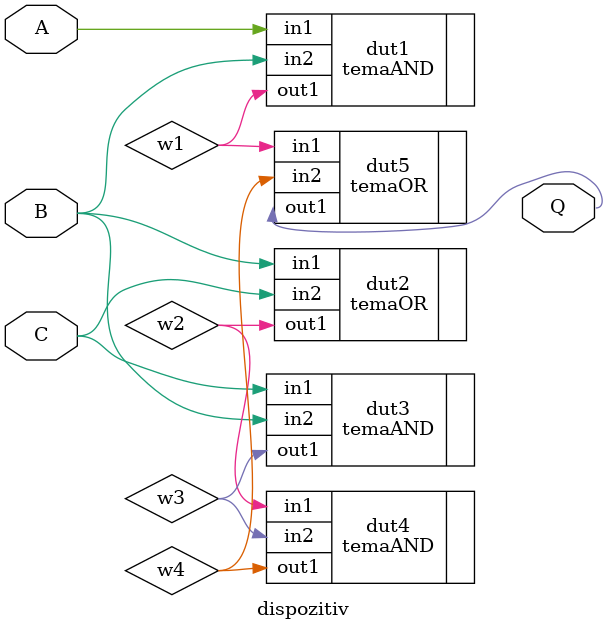
<source format=v>
module dispozitiv(input A, input B, input C, output Q);
	wire w1;
	wire w2;
	wire w3;
	wire w4;
	
	temaAND dut1(.in1(A), .in2(B), .out1(w1));
	temaOR dut2(.in1(B), .in2(C), .out1(w2));
	temaAND dut3(.in1(C), .in2(B), .out1(w3));
	temaAND dut4(.in1(w2), .in2(w3), .out1(w4));
	temaOR dut5(.in1(w1), .in2(w4), .out1(Q));
	
endmodule
</source>
